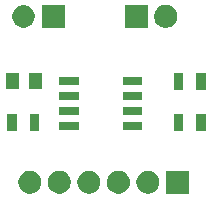
<source format=gbr>
G04 #@! TF.GenerationSoftware,KiCad,Pcbnew,5.1.4*
G04 #@! TF.CreationDate,2019-08-11T23:13:52-05:00*
G04 #@! TF.ProjectId,pic12f-garage-door,70696331-3266-42d6-9761-726167652d64,rev?*
G04 #@! TF.SameCoordinates,Original*
G04 #@! TF.FileFunction,Soldermask,Top*
G04 #@! TF.FilePolarity,Negative*
%FSLAX46Y46*%
G04 Gerber Fmt 4.6, Leading zero omitted, Abs format (unit mm)*
G04 Created by KiCad (PCBNEW 5.1.4) date 2019-08-11 23:13:52*
%MOMM*%
%LPD*%
G04 APERTURE LIST*
%ADD10C,0.100000*%
G04 APERTURE END LIST*
D10*
G36*
X124476000Y-65009400D02*
G01*
X122524000Y-65009400D01*
X122524000Y-63057400D01*
X124476000Y-63057400D01*
X124476000Y-65009400D01*
X124476000Y-65009400D01*
G37*
G36*
X118784687Y-63094907D02*
G01*
X118784690Y-63094908D01*
X118784689Y-63094908D01*
X118962309Y-63168480D01*
X118962310Y-63168481D01*
X119122161Y-63275289D01*
X119258111Y-63411239D01*
X119347158Y-63544509D01*
X119364920Y-63571091D01*
X119421825Y-63708473D01*
X119438493Y-63748713D01*
X119476000Y-63937271D01*
X119476000Y-64129529D01*
X119438493Y-64318087D01*
X119438492Y-64318089D01*
X119364920Y-64495709D01*
X119364919Y-64495710D01*
X119258111Y-64655561D01*
X119122161Y-64791511D01*
X118988891Y-64880558D01*
X118962309Y-64898320D01*
X118824927Y-64955225D01*
X118784687Y-64971893D01*
X118596129Y-65009400D01*
X118403871Y-65009400D01*
X118215313Y-64971893D01*
X118175073Y-64955225D01*
X118037691Y-64898320D01*
X118011109Y-64880558D01*
X117877839Y-64791511D01*
X117741889Y-64655561D01*
X117635081Y-64495710D01*
X117635080Y-64495709D01*
X117561508Y-64318089D01*
X117561507Y-64318087D01*
X117524000Y-64129529D01*
X117524000Y-63937271D01*
X117561507Y-63748713D01*
X117578175Y-63708473D01*
X117635080Y-63571091D01*
X117652842Y-63544509D01*
X117741889Y-63411239D01*
X117877839Y-63275289D01*
X118037690Y-63168481D01*
X118037691Y-63168480D01*
X118215311Y-63094908D01*
X118215310Y-63094908D01*
X118215313Y-63094907D01*
X118403871Y-63057400D01*
X118596129Y-63057400D01*
X118784687Y-63094907D01*
X118784687Y-63094907D01*
G37*
G36*
X116284687Y-63094907D02*
G01*
X116284690Y-63094908D01*
X116284689Y-63094908D01*
X116462309Y-63168480D01*
X116462310Y-63168481D01*
X116622161Y-63275289D01*
X116758111Y-63411239D01*
X116847158Y-63544509D01*
X116864920Y-63571091D01*
X116921825Y-63708473D01*
X116938493Y-63748713D01*
X116976000Y-63937271D01*
X116976000Y-64129529D01*
X116938493Y-64318087D01*
X116938492Y-64318089D01*
X116864920Y-64495709D01*
X116864919Y-64495710D01*
X116758111Y-64655561D01*
X116622161Y-64791511D01*
X116488891Y-64880558D01*
X116462309Y-64898320D01*
X116324927Y-64955225D01*
X116284687Y-64971893D01*
X116096129Y-65009400D01*
X115903871Y-65009400D01*
X115715313Y-64971893D01*
X115675073Y-64955225D01*
X115537691Y-64898320D01*
X115511109Y-64880558D01*
X115377839Y-64791511D01*
X115241889Y-64655561D01*
X115135081Y-64495710D01*
X115135080Y-64495709D01*
X115061508Y-64318089D01*
X115061507Y-64318087D01*
X115024000Y-64129529D01*
X115024000Y-63937271D01*
X115061507Y-63748713D01*
X115078175Y-63708473D01*
X115135080Y-63571091D01*
X115152842Y-63544509D01*
X115241889Y-63411239D01*
X115377839Y-63275289D01*
X115537690Y-63168481D01*
X115537691Y-63168480D01*
X115715311Y-63094908D01*
X115715310Y-63094908D01*
X115715313Y-63094907D01*
X115903871Y-63057400D01*
X116096129Y-63057400D01*
X116284687Y-63094907D01*
X116284687Y-63094907D01*
G37*
G36*
X113784687Y-63094907D02*
G01*
X113784690Y-63094908D01*
X113784689Y-63094908D01*
X113962309Y-63168480D01*
X113962310Y-63168481D01*
X114122161Y-63275289D01*
X114258111Y-63411239D01*
X114347158Y-63544509D01*
X114364920Y-63571091D01*
X114421825Y-63708473D01*
X114438493Y-63748713D01*
X114476000Y-63937271D01*
X114476000Y-64129529D01*
X114438493Y-64318087D01*
X114438492Y-64318089D01*
X114364920Y-64495709D01*
X114364919Y-64495710D01*
X114258111Y-64655561D01*
X114122161Y-64791511D01*
X113988891Y-64880558D01*
X113962309Y-64898320D01*
X113824927Y-64955225D01*
X113784687Y-64971893D01*
X113596129Y-65009400D01*
X113403871Y-65009400D01*
X113215313Y-64971893D01*
X113175073Y-64955225D01*
X113037691Y-64898320D01*
X113011109Y-64880558D01*
X112877839Y-64791511D01*
X112741889Y-64655561D01*
X112635081Y-64495710D01*
X112635080Y-64495709D01*
X112561508Y-64318089D01*
X112561507Y-64318087D01*
X112524000Y-64129529D01*
X112524000Y-63937271D01*
X112561507Y-63748713D01*
X112578175Y-63708473D01*
X112635080Y-63571091D01*
X112652842Y-63544509D01*
X112741889Y-63411239D01*
X112877839Y-63275289D01*
X113037690Y-63168481D01*
X113037691Y-63168480D01*
X113215311Y-63094908D01*
X113215310Y-63094908D01*
X113215313Y-63094907D01*
X113403871Y-63057400D01*
X113596129Y-63057400D01*
X113784687Y-63094907D01*
X113784687Y-63094907D01*
G37*
G36*
X111284687Y-63094907D02*
G01*
X111284690Y-63094908D01*
X111284689Y-63094908D01*
X111462309Y-63168480D01*
X111462310Y-63168481D01*
X111622161Y-63275289D01*
X111758111Y-63411239D01*
X111847158Y-63544509D01*
X111864920Y-63571091D01*
X111921825Y-63708473D01*
X111938493Y-63748713D01*
X111976000Y-63937271D01*
X111976000Y-64129529D01*
X111938493Y-64318087D01*
X111938492Y-64318089D01*
X111864920Y-64495709D01*
X111864919Y-64495710D01*
X111758111Y-64655561D01*
X111622161Y-64791511D01*
X111488891Y-64880558D01*
X111462309Y-64898320D01*
X111324927Y-64955225D01*
X111284687Y-64971893D01*
X111096129Y-65009400D01*
X110903871Y-65009400D01*
X110715313Y-64971893D01*
X110675073Y-64955225D01*
X110537691Y-64898320D01*
X110511109Y-64880558D01*
X110377839Y-64791511D01*
X110241889Y-64655561D01*
X110135081Y-64495710D01*
X110135080Y-64495709D01*
X110061508Y-64318089D01*
X110061507Y-64318087D01*
X110024000Y-64129529D01*
X110024000Y-63937271D01*
X110061507Y-63748713D01*
X110078175Y-63708473D01*
X110135080Y-63571091D01*
X110152842Y-63544509D01*
X110241889Y-63411239D01*
X110377839Y-63275289D01*
X110537690Y-63168481D01*
X110537691Y-63168480D01*
X110715311Y-63094908D01*
X110715310Y-63094908D01*
X110715313Y-63094907D01*
X110903871Y-63057400D01*
X111096129Y-63057400D01*
X111284687Y-63094907D01*
X111284687Y-63094907D01*
G37*
G36*
X121284687Y-63094907D02*
G01*
X121284690Y-63094908D01*
X121284689Y-63094908D01*
X121462309Y-63168480D01*
X121462310Y-63168481D01*
X121622161Y-63275289D01*
X121758111Y-63411239D01*
X121847158Y-63544509D01*
X121864920Y-63571091D01*
X121921825Y-63708473D01*
X121938493Y-63748713D01*
X121976000Y-63937271D01*
X121976000Y-64129529D01*
X121938493Y-64318087D01*
X121938492Y-64318089D01*
X121864920Y-64495709D01*
X121864919Y-64495710D01*
X121758111Y-64655561D01*
X121622161Y-64791511D01*
X121488891Y-64880558D01*
X121462309Y-64898320D01*
X121324927Y-64955225D01*
X121284687Y-64971893D01*
X121096129Y-65009400D01*
X120903871Y-65009400D01*
X120715313Y-64971893D01*
X120675073Y-64955225D01*
X120537691Y-64898320D01*
X120511109Y-64880558D01*
X120377839Y-64791511D01*
X120241889Y-64655561D01*
X120135081Y-64495710D01*
X120135080Y-64495709D01*
X120061508Y-64318089D01*
X120061507Y-64318087D01*
X120024000Y-64129529D01*
X120024000Y-63937271D01*
X120061507Y-63748713D01*
X120078175Y-63708473D01*
X120135080Y-63571091D01*
X120152842Y-63544509D01*
X120241889Y-63411239D01*
X120377839Y-63275289D01*
X120537690Y-63168481D01*
X120537691Y-63168480D01*
X120715311Y-63094908D01*
X120715310Y-63094908D01*
X120715313Y-63094907D01*
X120903871Y-63057400D01*
X121096129Y-63057400D01*
X121284687Y-63094907D01*
X121284687Y-63094907D01*
G37*
G36*
X111801000Y-59701000D02*
G01*
X110999000Y-59701000D01*
X110999000Y-58299000D01*
X111801000Y-58299000D01*
X111801000Y-59701000D01*
X111801000Y-59701000D01*
G37*
G36*
X109901000Y-59701000D02*
G01*
X109099000Y-59701000D01*
X109099000Y-58299000D01*
X109901000Y-58299000D01*
X109901000Y-59701000D01*
X109901000Y-59701000D01*
G37*
G36*
X124001000Y-59701000D02*
G01*
X123199000Y-59701000D01*
X123199000Y-58299000D01*
X124001000Y-58299000D01*
X124001000Y-59701000D01*
X124001000Y-59701000D01*
G37*
G36*
X125901000Y-59701000D02*
G01*
X125099000Y-59701000D01*
X125099000Y-58299000D01*
X125901000Y-58299000D01*
X125901000Y-59701000D01*
X125901000Y-59701000D01*
G37*
G36*
X120526000Y-59661000D02*
G01*
X118874000Y-59661000D01*
X118874000Y-58959000D01*
X120526000Y-58959000D01*
X120526000Y-59661000D01*
X120526000Y-59661000D01*
G37*
G36*
X115126000Y-59661000D02*
G01*
X113474000Y-59661000D01*
X113474000Y-58959000D01*
X115126000Y-58959000D01*
X115126000Y-59661000D01*
X115126000Y-59661000D01*
G37*
G36*
X115126000Y-58391000D02*
G01*
X113474000Y-58391000D01*
X113474000Y-57689000D01*
X115126000Y-57689000D01*
X115126000Y-58391000D01*
X115126000Y-58391000D01*
G37*
G36*
X120526000Y-58391000D02*
G01*
X118874000Y-58391000D01*
X118874000Y-57689000D01*
X120526000Y-57689000D01*
X120526000Y-58391000D01*
X120526000Y-58391000D01*
G37*
G36*
X120526000Y-57121000D02*
G01*
X118874000Y-57121000D01*
X118874000Y-56419000D01*
X120526000Y-56419000D01*
X120526000Y-57121000D01*
X120526000Y-57121000D01*
G37*
G36*
X115126000Y-57121000D02*
G01*
X113474000Y-57121000D01*
X113474000Y-56419000D01*
X115126000Y-56419000D01*
X115126000Y-57121000D01*
X115126000Y-57121000D01*
G37*
G36*
X124001000Y-56201000D02*
G01*
X123199000Y-56201000D01*
X123199000Y-54799000D01*
X124001000Y-54799000D01*
X124001000Y-56201000D01*
X124001000Y-56201000D01*
G37*
G36*
X125901000Y-56201000D02*
G01*
X125099000Y-56201000D01*
X125099000Y-54799000D01*
X125901000Y-54799000D01*
X125901000Y-56201000D01*
X125901000Y-56201000D01*
G37*
G36*
X110051000Y-56176000D02*
G01*
X108949000Y-56176000D01*
X108949000Y-54824000D01*
X110051000Y-54824000D01*
X110051000Y-56176000D01*
X110051000Y-56176000D01*
G37*
G36*
X112051000Y-56176000D02*
G01*
X110949000Y-56176000D01*
X110949000Y-54824000D01*
X112051000Y-54824000D01*
X112051000Y-56176000D01*
X112051000Y-56176000D01*
G37*
G36*
X115126000Y-55851000D02*
G01*
X113474000Y-55851000D01*
X113474000Y-55149000D01*
X115126000Y-55149000D01*
X115126000Y-55851000D01*
X115126000Y-55851000D01*
G37*
G36*
X120526000Y-55851000D02*
G01*
X118874000Y-55851000D01*
X118874000Y-55149000D01*
X120526000Y-55149000D01*
X120526000Y-55851000D01*
X120526000Y-55851000D01*
G37*
G36*
X122784687Y-49061507D02*
G01*
X122784690Y-49061508D01*
X122784689Y-49061508D01*
X122962309Y-49135080D01*
X122962310Y-49135081D01*
X123122161Y-49241889D01*
X123258111Y-49377839D01*
X123347158Y-49511109D01*
X123364920Y-49537691D01*
X123369825Y-49549533D01*
X123438493Y-49715313D01*
X123476000Y-49903871D01*
X123476000Y-50096129D01*
X123438493Y-50284687D01*
X123438492Y-50284689D01*
X123364920Y-50462309D01*
X123364919Y-50462310D01*
X123258111Y-50622161D01*
X123122161Y-50758111D01*
X122995466Y-50842765D01*
X122962309Y-50864920D01*
X122842725Y-50914453D01*
X122784687Y-50938493D01*
X122596129Y-50976000D01*
X122403871Y-50976000D01*
X122215313Y-50938493D01*
X122157275Y-50914453D01*
X122037691Y-50864920D01*
X122004534Y-50842765D01*
X121877839Y-50758111D01*
X121741889Y-50622161D01*
X121635081Y-50462310D01*
X121635080Y-50462309D01*
X121561508Y-50284689D01*
X121561507Y-50284687D01*
X121524000Y-50096129D01*
X121524000Y-49903871D01*
X121561507Y-49715313D01*
X121630175Y-49549533D01*
X121635080Y-49537691D01*
X121652842Y-49511109D01*
X121741889Y-49377839D01*
X121877839Y-49241889D01*
X122037690Y-49135081D01*
X122037691Y-49135080D01*
X122215311Y-49061508D01*
X122215310Y-49061508D01*
X122215313Y-49061507D01*
X122403871Y-49024000D01*
X122596129Y-49024000D01*
X122784687Y-49061507D01*
X122784687Y-49061507D01*
G37*
G36*
X120976000Y-50976000D02*
G01*
X119024000Y-50976000D01*
X119024000Y-49024000D01*
X120976000Y-49024000D01*
X120976000Y-50976000D01*
X120976000Y-50976000D01*
G37*
G36*
X110737395Y-49085546D02*
G01*
X110910466Y-49157234D01*
X110910467Y-49157235D01*
X111066227Y-49261310D01*
X111198690Y-49393773D01*
X111198691Y-49393775D01*
X111302766Y-49549534D01*
X111374454Y-49722605D01*
X111411000Y-49906333D01*
X111411000Y-50093667D01*
X111374454Y-50277395D01*
X111302766Y-50450466D01*
X111294852Y-50462310D01*
X111198690Y-50606227D01*
X111066227Y-50738690D01*
X111037161Y-50758111D01*
X110910466Y-50842766D01*
X110737395Y-50914454D01*
X110553667Y-50951000D01*
X110366333Y-50951000D01*
X110182605Y-50914454D01*
X110009534Y-50842766D01*
X109882839Y-50758111D01*
X109853773Y-50738690D01*
X109721310Y-50606227D01*
X109625148Y-50462310D01*
X109617234Y-50450466D01*
X109545546Y-50277395D01*
X109509000Y-50093667D01*
X109509000Y-49906333D01*
X109545546Y-49722605D01*
X109617234Y-49549534D01*
X109721309Y-49393775D01*
X109721310Y-49393773D01*
X109853773Y-49261310D01*
X110009533Y-49157235D01*
X110009534Y-49157234D01*
X110182605Y-49085546D01*
X110366333Y-49049000D01*
X110553667Y-49049000D01*
X110737395Y-49085546D01*
X110737395Y-49085546D01*
G37*
G36*
X113951000Y-50951000D02*
G01*
X112049000Y-50951000D01*
X112049000Y-49049000D01*
X113951000Y-49049000D01*
X113951000Y-50951000D01*
X113951000Y-50951000D01*
G37*
M02*

</source>
